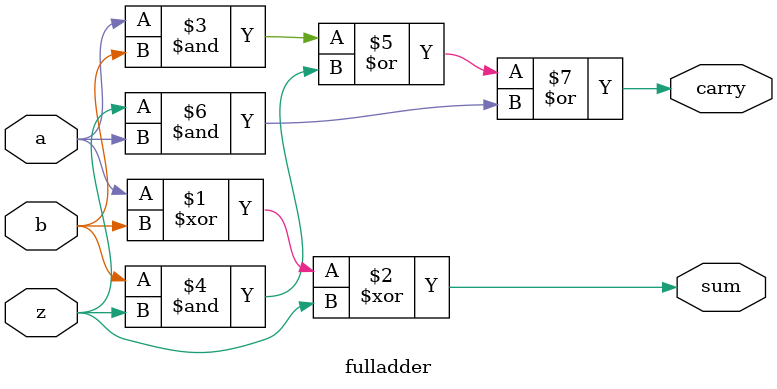
<source format=v>
`timescale 1ns / 1ps


module fulladder(a,b,z,sum,carry);
input a,b,z;
output sum,carry;
assign sum = a^b^z;
assign carry = (a&b)|(b&z)|(z&a);
endmodule

</source>
